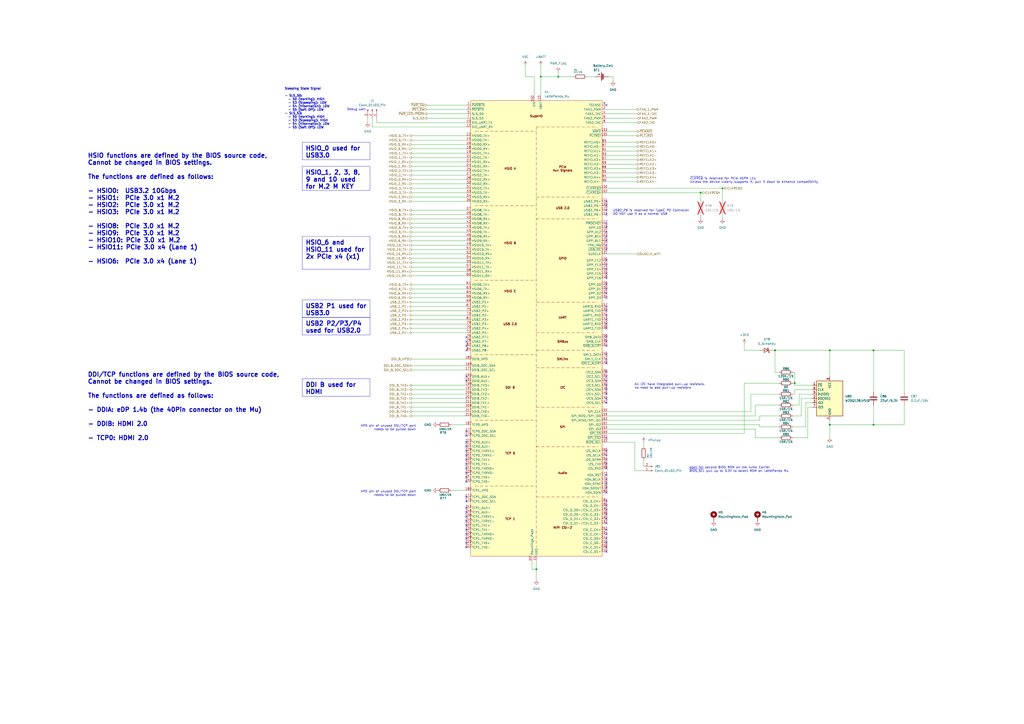
<source format=kicad_sch>
(kicad_sch (version 20231120) (generator "eeschema") (generator_version "8.0")
  (paper "A2")
  (title_block (title "nvme Carrier for LattePanda Mu") (date "2024-05-24") (rev "V1.0.6") (comment 1 "20240406"))
  (junction (at 406.4 111.76))
  (junction (at 323.85 44.45))
  (junction (at 419.1 109.22))
  (junction (at 461.01 222.25))
  (junction (at 481.33 203.2))
  (junction (at 506.73 246.38))
  (junction (at 311.15 330.2))
  (junction (at 313.69 44.45))
  (junction (at 449.58 203.2))
  (junction (at 481.33 246.38))
  (junction (at 506.73 203.2))
  (no_connect (at 270.51 307.34))
  (no_connect (at 351.79 278.13))
  (no_connect (at 351.79 293.37))
  (no_connect (at 351.79 190.5))
  (no_connect (at 351.79 275.59))
  (no_connect (at 351.79 129.54))
  (no_connect (at 351.79 132.08))
  (no_connect (at 351.79 208.28))
  (no_connect (at 270.51 220.98))
  (no_connect (at 351.79 161.29))
  (no_connect (at 351.79 285.75))
  (no_connect (at 351.79 180.34))
  (no_connect (at 351.79 220.98))
  (no_connect (at 270.51 252.73))
  (no_connect (at 270.51 309.88))
  (no_connect (at 270.51 274.32))
  (no_connect (at 270.51 195.58))
  (no_connect (at 351.79 134.62))
  (no_connect (at 351.79 198.12))
  (no_connect (at 351.79 218.44))
  (no_connect (at 351.79 167.64))
  (no_connect (at 270.51 250.19))
  (no_connect (at 351.79 223.52))
  (no_connect (at 351.79 264.16))
  (no_connect (at 351.79 215.9))
  (no_connect (at 351.79 298.45))
  (no_connect (at 270.51 304.8))
  (no_connect (at 351.79 172.72))
  (no_connect (at 351.79 153.67))
  (no_connect (at 351.79 170.18))
  (no_connect (at 351.79 151.13))
  (no_connect (at 270.51 314.96))
  (no_connect (at 351.79 182.88))
  (no_connect (at 351.79 205.74))
  (no_connect (at 351.79 165.1))
  (no_connect (at 351.79 312.42))
  (no_connect (at 270.51 269.24))
  (no_connect (at 351.79 119.38))
  (no_connect (at 270.51 297.18))
  (no_connect (at 351.79 228.6))
  (no_connect (at 270.51 200.66))
  (no_connect (at 351.79 269.24))
  (no_connect (at 270.51 198.12))
  (no_connect (at 270.51 203.2))
  (no_connect (at 270.51 261.62))
  (no_connect (at 351.79 271.78))
  (no_connect (at 270.51 294.64))
  (no_connect (at 351.79 290.83))
  (no_connect (at 270.51 312.42))
  (no_connect (at 351.79 226.06))
  (no_connect (at 351.79 300.99))
  (no_connect (at 270.51 259.08))
  (no_connect (at 270.51 288.29))
  (no_connect (at 351.79 266.7))
  (no_connect (at 351.79 283.21))
  (no_connect (at 351.79 124.46))
  (no_connect (at 270.51 299.72))
  (no_connect (at 351.79 254))
  (no_connect (at 351.79 200.66))
  (no_connect (at 351.79 280.67))
  (no_connect (at 351.79 177.8))
  (no_connect (at 351.79 233.68))
  (no_connect (at 351.79 295.91))
  (no_connect (at 351.79 144.78))
  (no_connect (at 270.51 302.26))
  (no_connect (at 351.79 139.7))
  (no_connect (at 351.79 309.88))
  (no_connect (at 351.79 187.96))
  (no_connect (at 270.51 279.4))
  (no_connect (at 351.79 156.21))
  (no_connect (at 351.79 320.04))
  (no_connect (at 351.79 261.62))
  (no_connect (at 351.79 303.53))
  (no_connect (at 270.51 276.86))
  (no_connect (at 270.51 218.44))
  (no_connect (at 351.79 121.92))
  (no_connect (at 351.79 142.24))
  (no_connect (at 351.79 60.96))
  (no_connect (at 351.79 195.58))
  (no_connect (at 351.79 307.34))
  (no_connect (at 351.79 185.42))
  (no_connect (at 270.51 256.54))
  (no_connect (at 351.79 314.96))
  (no_connect (at 351.79 210.82))
  (no_connect (at 351.79 116.84))
  (no_connect (at 270.51 317.5))
  (no_connect (at 351.79 137.16))
  (no_connect (at 270.51 266.7))
  (no_connect (at 270.51 264.16))
  (no_connect (at 270.51 271.78))
  (no_connect (at 270.51 290.83))
  (no_connect (at 351.79 231.14))
  (no_connect (at 351.79 317.5))
  (no_connect (at 351.79 158.75))
  (wire (pts (xy 448.31 203.2) (xy 449.58 203.2)))
  (wire (pts (xy 238.76 182.88) (xy 270.51 182.88)))
  (wire (pts (xy 238.76 114.3) (xy 270.51 114.3)))
  (wire (pts (xy 351.79 246.38) (xy 440.69 246.38)))
  (wire (pts (xy 213.36 68.58) (xy 213.36 71.12)))
  (wire (pts (xy 238.76 172.72) (xy 270.51 172.72)))
  (wire (pts (xy 238.76 214.63) (xy 270.51 214.63)))
  (wire (pts (xy 406.4 111.76) (xy 406.4 116.84)))
  (wire (pts (xy 353.06 44.45) (xy 355.6 44.45)))
  (wire (pts (xy 351.79 105.41) (xy 369.57 105.41)))
  (wire (pts (xy 304.8 44.45) (xy 309.88 44.45)))
  (wire (pts (xy 438.15 234.95) (xy 452.12 234.95)))
  (wire (pts (xy 351.79 100.33) (xy 369.57 100.33)))
  (wire (pts (xy 459.74 222.25) (xy 461.01 222.25)))
  (wire (pts (xy 459.74 254) (xy 468.63 254)))
  (wire (pts (xy 440.69 246.38) (xy 440.69 247.65)))
  (wire (pts (xy 373.38 266.7) (xy 373.38 270.51)))
  (wire (pts (xy 238.76 116.84) (xy 270.51 116.84)))
  (wire (pts (xy 351.79 97.79) (xy 369.57 97.79)))
  (wire (pts (xy 238.76 190.5) (xy 270.51 190.5)))
  (wire (pts (xy 463.55 228.6) (xy 471.17 228.6)))
  (wire (pts (xy 261.62 246.38) (xy 270.51 246.38)))
  (wire (pts (xy 351.79 82.55) (xy 369.57 82.55)))
  (wire (pts (xy 238.76 137.16) (xy 270.51 137.16)))
  (wire (pts (xy 481.33 243.84) (xy 481.33 246.38)))
  (wire (pts (xy 351.79 243.84) (xy 440.69 243.84)))
  (wire (pts (xy 247.65 63.5) (xy 270.51 63.5)))
  (wire (pts (xy 351.79 92.71) (xy 369.57 92.71)))
  (wire (pts (xy 238.76 228.6) (xy 270.51 228.6)))
  (wire (pts (xy 238.76 165.1) (xy 270.51 165.1)))
  (wire (pts (xy 308.61 325.12) (xy 308.61 330.2)))
  (wire (pts (xy 449.58 203.2) (xy 481.33 203.2)))
  (wire (pts (xy 435.61 238.76) (xy 435.61 228.6)))
  (wire (pts (xy 431.8 203.2) (xy 440.69 203.2)))
  (wire (pts (xy 440.69 241.3) (xy 452.12 241.3)))
  (wire (pts (xy 481.33 203.2) (xy 481.33 218.44)))
  (wire (pts (xy 467.36 247.65) (xy 467.36 233.68)))
  (wire (pts (xy 311.15 325.12) (xy 311.15 330.2)))
  (wire (pts (xy 419.1 109.22) (xy 419.1 116.84)))
  (wire (pts (xy 351.79 256.54) (xy 368.3 256.54)))
  (wire (pts (xy 238.76 127) (xy 270.51 127)))
  (wire (pts (xy 464.82 231.14) (xy 471.17 231.14)))
  (wire (pts (xy 459.74 215.9) (xy 461.01 215.9)))
  (wire (pts (xy 238.76 157.48) (xy 270.51 157.48)))
  (wire (pts (xy 313.69 38.1) (xy 313.69 44.45)))
  (wire (pts (xy 238.76 96.52) (xy 270.51 96.52)))
  (wire (pts (xy 351.79 102.87) (xy 369.57 102.87)))
  (wire (pts (xy 215.9 68.58) (xy 215.9 73.66)))
  (wire (pts (xy 459.74 234.95) (xy 463.55 234.95)))
  (wire (pts (xy 351.79 66.04) (xy 369.57 66.04)))
  (wire (pts (xy 238.76 86.36) (xy 270.51 86.36)))
  (wire (pts (xy 373.38 256.54) (xy 373.38 259.08)))
  (wire (pts (xy 481.33 246.38) (xy 506.73 246.38)))
  (wire (pts (xy 218.44 71.12) (xy 270.51 71.12)))
  (wire (pts (xy 373.38 273.05) (xy 368.3 273.05)))
  (wire (pts (xy 506.73 203.2) (xy 481.33 203.2)))
  (wire (pts (xy 238.76 139.7) (xy 270.51 139.7)))
  (wire (pts (xy 351.79 251.46) (xy 431.8 251.46)))
  (wire (pts (xy 238.76 223.52) (xy 270.51 223.52)))
  (wire (pts (xy 438.15 241.3) (xy 438.15 234.95)))
  (wire (pts (xy 309.88 44.45) (xy 309.88 55.88)))
  (wire (pts (xy 238.76 99.06) (xy 270.51 99.06)))
  (wire (pts (xy 506.73 227.33) (xy 506.73 203.2)))
  (wire (pts (xy 238.76 88.9) (xy 270.51 88.9)))
  (wire (pts (xy 238.76 167.64) (xy 270.51 167.64)))
  (wire (pts (xy 464.82 241.3) (xy 464.82 231.14)))
  (wire (pts (xy 238.76 142.24) (xy 270.51 142.24)))
  (wire (pts (xy 468.63 254) (xy 468.63 236.22)))
  (wire (pts (xy 459.74 247.65) (xy 467.36 247.65)))
  (wire (pts (xy 468.63 236.22) (xy 471.17 236.22)))
  (wire (pts (xy 238.76 233.68) (xy 270.51 233.68)))
  (wire (pts (xy 461.01 223.52) (xy 471.17 223.52)))
  (wire (pts (xy 351.79 248.92) (xy 438.15 248.92)))
  (wire (pts (xy 238.76 231.14) (xy 270.51 231.14)))
  (wire (pts (xy 238.76 81.28) (xy 270.51 81.28)))
  (wire (pts (xy 313.69 44.45) (xy 313.69 55.88)))
  (wire (pts (xy 238.76 147.32) (xy 270.51 147.32)))
  (wire (pts (xy 238.76 226.06) (xy 270.51 226.06)))
  (wire (pts (xy 461.01 222.25) (xy 461.01 223.52)))
  (wire (pts (xy 308.61 330.2) (xy 311.15 330.2)))
  (wire (pts (xy 323.85 44.45) (xy 332.74 44.45)))
  (wire (pts (xy 440.69 247.65) (xy 452.12 247.65)))
  (wire (pts (xy 238.76 152.4) (xy 270.51 152.4)))
  (wire (pts (xy 238.76 208.28) (xy 270.51 208.28)))
  (wire (pts (xy 238.76 93.98) (xy 270.51 93.98)))
  (wire (pts (xy 351.79 111.76) (xy 406.4 111.76)))
  (wire (pts (xy 340.36 44.45) (xy 345.44 44.45)))
  (wire (pts (xy 355.6 44.45) (xy 355.6 46.99)))
  (wire (pts (xy 238.76 144.78) (xy 270.51 144.78)))
  (wire (pts (xy 431.8 222.25) (xy 452.12 222.25)))
  (wire (pts (xy 435.61 228.6) (xy 452.12 228.6)))
  (wire (pts (xy 215.9 73.66) (xy 270.51 73.66)))
  (wire (pts (xy 506.73 234.95) (xy 506.73 246.38)))
  (wire (pts (xy 440.69 243.84) (xy 440.69 241.3)))
  (wire (pts (xy 467.36 233.68) (xy 471.17 233.68)))
  (wire (pts (xy 407.67 111.76) (xy 406.4 111.76)))
  (wire (pts (xy 431.8 251.46) (xy 431.8 222.25)))
  (wire (pts (xy 247.65 66.04) (xy 270.51 66.04)))
  (wire (pts (xy 461.01 228.6) (xy 461.01 226.06)))
  (wire (pts (xy 368.3 273.05) (xy 368.3 256.54)))
  (wire (pts (xy 351.79 109.22) (xy 419.1 109.22)))
  (wire (pts (xy 463.55 234.95) (xy 463.55 228.6)))
  (wire (pts (xy 238.76 241.3) (xy 270.51 241.3)))
  (wire (pts (xy 238.76 154.94) (xy 270.51 154.94)))
  (wire (pts (xy 238.76 101.6) (xy 270.51 101.6)))
  (wire (pts (xy 351.79 87.63) (xy 369.57 87.63)))
  (wire (pts (xy 351.79 68.58) (xy 369.57 68.58)))
  (wire (pts (xy 238.76 109.22) (xy 270.51 109.22)))
  (wire (pts (xy 238.76 78.74) (xy 270.51 78.74)))
  (wire (pts (xy 238.76 91.44) (xy 270.51 91.44)))
  (wire (pts (xy 311.15 330.2) (xy 311.15 336.55)))
  (wire (pts (xy 481.33 246.38) (xy 481.33 254)))
  (wire (pts (xy 261.62 284.48) (xy 270.51 284.48)))
  (wire (pts (xy 238.76 177.8) (xy 270.51 177.8)))
  (wire (pts (xy 247.65 60.96) (xy 270.51 60.96)))
  (wire (pts (xy 506.73 246.38) (xy 524.51 246.38)))
  (wire (pts (xy 247.65 68.58) (xy 270.51 68.58)))
  (wire (pts (xy 238.76 106.68) (xy 270.51 106.68)))
  (wire (pts (xy 438.15 254) (xy 452.12 254)))
  (wire (pts (xy 524.51 227.33) (xy 524.51 203.2)))
  (wire (pts (xy 238.76 129.54) (xy 270.51 129.54)))
  (wire (pts (xy 238.76 160.02) (xy 270.51 160.02)))
  (wire (pts (xy 238.76 149.86) (xy 270.51 149.86)))
  (wire (pts (xy 351.79 90.17) (xy 369.57 90.17)))
  (wire (pts (xy 449.58 203.2) (xy 449.58 215.9)))
  (wire (pts (xy 304.8 38.1) (xy 304.8 44.45)))
  (wire (pts (xy 238.76 212.09) (xy 270.51 212.09)))
  (wire (pts (xy 351.79 63.5) (xy 369.57 63.5)))
  (wire (pts (xy 461.01 226.06) (xy 471.17 226.06)))
  (wire (pts (xy 238.76 175.26) (xy 270.51 175.26)))
  (wire (pts (xy 459.74 228.6) (xy 461.01 228.6)))
  (wire (pts (xy 238.76 170.18) (xy 270.51 170.18)))
  (wire (pts (xy 238.76 238.76) (xy 270.51 238.76)))
  (wire (pts (xy 431.8 199.39) (xy 431.8 203.2)))
  (wire (pts (xy 461.01 215.9) (xy 461.01 222.25)))
  (wire (pts (xy 351.79 147.32) (xy 369.57 147.32)))
  (wire (pts (xy 406.4 124.46) (xy 406.4 127)))
  (wire (pts (xy 506.73 203.2) (xy 524.51 203.2)))
  (wire (pts (xy 238.76 121.92) (xy 270.51 121.92)))
  (wire (pts (xy 323.85 41.91) (xy 323.85 44.45)))
  (wire (pts (xy 238.76 187.96) (xy 270.51 187.96)))
  (wire (pts (xy 351.79 71.12) (xy 369.57 71.12)))
  (wire (pts (xy 238.76 111.76) (xy 270.51 111.76)))
  (wire (pts (xy 449.58 215.9) (xy 452.12 215.9)))
  (wire (pts (xy 351.79 238.76) (xy 435.61 238.76)))
  (wire (pts (xy 238.76 185.42) (xy 270.51 185.42)))
  (wire (pts (xy 351.79 241.3) (xy 438.15 241.3)))
  (wire (pts (xy 420.37 109.22) (xy 419.1 109.22)))
  (wire (pts (xy 351.79 95.25) (xy 369.57 95.25)))
  (wire (pts (xy 238.76 134.62) (xy 270.51 134.62)))
  (wire (pts (xy 238.76 124.46) (xy 270.51 124.46)))
  (wire (pts (xy 351.79 76.2) (xy 369.57 76.2)))
  (wire (pts (xy 351.79 78.74) (xy 369.57 78.74)))
  (wire (pts (xy 438.15 248.92) (xy 438.15 254)))
  (wire (pts (xy 313.69 44.45) (xy 323.85 44.45)))
  (wire (pts (xy 459.74 241.3) (xy 464.82 241.3)))
  (wire (pts (xy 524.51 234.95) (xy 524.51 246.38)))
  (wire (pts (xy 218.44 71.12) (xy 218.44 68.58)))
  (wire (pts (xy 419.1 124.46) (xy 419.1 127)))
  (wire (pts (xy 351.79 85.09) (xy 369.57 85.09)))
  (wire (pts (xy 238.76 104.14) (xy 270.51 104.14)))
  (wire (pts (xy 238.76 236.22) (xy 270.51 236.22)))
  (wire (pts (xy 238.76 132.08) (xy 270.51 132.08)))
  (wire (pts (xy 238.76 193.04) (xy 270.51 193.04)))
  (wire (pts (xy 238.76 83.82) (xy 270.51 83.82)))
  (wire (pts (xy 238.76 180.34) (xy 270.51 180.34)))
  (text_box "HSIO_0 used for USB3.0 \n" (at 175.26 82.55 0) (size 39.37 10.16) (effects (font (size 2.54 2.54) (thickness 0.508) (bold yes)) (justify left top)))
  (text_box "HSIO_1, 2, 3, 8, 9 and 10 used for M.2 M KEY\n" (at 175.26 96.52 0) (size 39.37 13.97) (effects (font (size 2.54 2.54) (thickness 0.508) (bold yes)) (justify left top)))
  (text_box "USB2 P2/P3/P4 used for USB2.0 \n" (at 175.26 184.15 0) (size 39.37 10.16) (effects (font (size 2.54 2.54) (thickness 0.508) (bold yes)) (justify left top)))
  (text_box "DDI B used for HDMI\n" (at 175.26 219.71 0) (size 39.37 10.16) (effects (font (size 2.54 2.54) (thickness 0.508) (bold yes)) (justify left top)))
  (text_box "HSIO_6 and HSIO_11 used for 2x PCIe x4 (x1)\n\n" (at 175.26 137.16 0) (size 39.37 19.05) (effects (font (size 2.54 2.54) (thickness 0.508) (bold yes)) (justify left top)))
  (text_box "USB2 P1 used for USB3.0\n" (at 175.26 173.99 0) (size 39.37 10.16) (effects (font (size 2.54 2.54) (thickness 0.508) (bold yes)) (justify left top)))
  (text "HSIO functions are defined by the BIOS source code, \nCannot be changed in BIOS settings.\n\nThe functions are defined as follows:\n\n- HSIO0:  USB3.2 10Gbps\n- HSIO1:  PCIe 3.0 x1 M.2\n- HSIO2:  PCIe 3.0 x1 M.2\n- HSIO3:  PCIe 3.0 x1 M.2\n\n- HSIO8:  PCIe 3.0 x1 M.2\n- HSIO9:  PCIe 3.0 x1 M.2\n- HSIO10: PCIe 3.0 x1 M.2\n- HSIO11: PCIe 3.0 x4 (Lane 1)\n\n- HSIO6:  PCIe 3.0 x4 (Lane 1)" (at 50.8 88.9 0) (effects (font (size 2.54 2.54) (thickness 0.508) (bold yes)) (justify left top)))
  (text "HPD pin of unused DDI/TCP port\nneeds to be pulled down" (at 241.3 246.38 0) (effects (font (size 1.27 1.27)) (justify right top)))
  (text "open for second BIOS ROM on the nvme Carrier\n~{BIOS_SEL} pull up to 3.3V to select ROM on LattePanda Mu" (at 399.796 274.066 0) (effects (font (size 1.27 1.27)) (justify left bottom)))
  (text "DDI/TCP functions are defined by the BIOS source code, \nCannot be changed in BIOS settings.\n\nThe functions are defined as follows:\n\n- DDIA: eDP 1.4b (the 40Pin connector on the Mu)\n\n- DDIB: HDMI 2.0\n\n- TCP0: HDMI 2.0" (at 50.8 215.9 0) (effects (font (size 2.54 2.54) (thickness 0.508) (bold yes)) (justify left top)))
  (text "Sleeping State Signal\n\n- SLS_S0: \n  - S0 (Working): HIGH\n  - S3 (Slpeeping): LOW\n  - S4 (Hibernation): LOW\n  - S5 (Soft Off): LOW\n- SLS_S3:\n  - S0 (Working): HIGH\n  - S3 (Slpeeping): HIGH\n  - S4 (Hibernation): LOW\n  - S5 (Soft Off): LOW" (at 165.1 50.8 0) (effects (font (size 1.27 1.27) (thickness 0.254) (bold yes)) (justify left top)))
  (text "USB2_P6 is reserved for TypeC PD Controller\nDO NOT use it as a normal USB" (at 355.6 123.19 0) (effects (font (size 1.27 1.27)) (justify left)))
  (text "All I2C have integrated pull-up resistors.\nno need to add pull-up resistors" (at 368.046 224.028 0) (effects (font (size 1.27 1.27)) (justify left)))
  (text "Debug uart" (at 212.09 63.5 0) (effects (font (size 1.27 1.27)) (justify right)))
  (text "~{CLKREQ} is reserved for PCIe ASPM L1s\nUnless the device clearly supports it, pull it down to enhance compatibility" (at 400.304 104.648 0) (effects (font (size 1.27 1.27)) (justify left)))
  (text "HPD pin of unused DDI/TCP port\nneeds to be pulled down" (at 241.3 284.48 0) (effects (font (size 1.27 1.27)) (justify right top)))
  (hierarchical_label "REFCLK1-" (shape output) (at 369.57 90.17 0))
  (hierarchical_label "DDI_B_DDC_SCL" (shape output) (at 238.76 214.63 180))
  (hierarchical_label "FAN_1_TAC" (shape input) (at 369.57 66.04 0))
  (hierarchical_label "HSIO_9_TX-" (shape output) (at 238.76 134.62 180))
  (hierarchical_label "FAN2_TAC" (shape input) (at 369.57 71.12 0))
  (hierarchical_label "HSIO_11_RX+" (shape input) (at 238.76 157.48 180))
  (hierarchical_label "USB_2_P1-" (shape bidirectional) (at 238.76 177.8 180))
  (hierarchical_label "~{PEWAKE}" (shape output) (at 369.57 76.2 0))
  (hierarchical_label "HSIO_8_TX-" (shape output) (at 238.76 124.46 180))
  (hierarchical_label "DDI_B_HPD" (shape input) (at 238.76 208.28 180))
  (hierarchical_label "REFCLK3-" (shape output) (at 369.57 100.33 0))
  (hierarchical_label "DDI_B_TX2-" (shape output) (at 238.76 231.14 180))
  (hierarchical_label "CLKREQ4" (shape output) (at 407.67 111.76 0))
  (hierarchical_label "REFCLK1+" (shape output) (at 369.57 87.63 0))
  (hierarchical_label "HSIO_11_TX-" (shape output) (at 238.76 154.94 180))
  (hierarchical_label "DDI_B_TX0+" (shape output) (at 238.76 238.76 180))
  (hierarchical_label "USB_2_P3+" (shape bidirectional) (at 238.76 185.42 180))
  (hierarchical_label "USB_2_P2+" (shape bidirectional) (at 238.76 180.34 180))
  (hierarchical_label "DDI_B_TX3-" (shape output) (at 238.76 226.06 180))
  (hierarchical_label "DDI_B_TX0-" (shape output) (at 238.76 241.3 180))
  (hierarchical_label "HSIO_0_RX+" (shape input) (at 238.76 83.82 180))
  (hierarchical_label "~{PWR_LED}{slash}~{PSON}" (shape output) (at 247.65 66.04 180))
  (hierarchical_label "SLS_S3" (shape output) (at 247.65 68.58 180))
  (hierarchical_label "HSIO_8_TX+" (shape output) (at 238.76 121.92 180))
  (hierarchical_label "HSIO_11_TX+" (shape output) (at 238.76 152.4 180))
  (hierarchical_label "HSIO_9_RX+" (shape input) (at 238.76 137.16 180))
  (hierarchical_label "REFCLK0+" (shape output) (at 369.57 82.55 0))
  (hierarchical_label "HSIO_6_RX-" (shape input) (at 238.76 172.72 180))
  (hierarchical_label "~{PWR_SW}" (shape input) (at 247.65 60.96 180))
  (hierarchical_label "USB_2_P4-" (shape bidirectional) (at 238.76 193.04 180))
  (hierarchical_label "HSIO_0_TX+" (shape output) (at 238.76 78.74 180))
  (hierarchical_label "HSIO_3_TX+" (shape output) (at 238.76 109.22 180))
  (hierarchical_label "SUSCLK_WIFI" (shape input) (at 369.57 147.32 0))
  (hierarchical_label "USB_2_P2-" (shape bidirectional) (at 238.76 182.88 180))
  (hierarchical_label "HSIO_3_TX-" (shape output) (at 238.76 111.76 180))
  (hierarchical_label "HSIO_1_RX-" (shape input) (at 238.76 96.52 180))
  (hierarchical_label "HSIO_6_RX+" (shape input) (at 238.76 170.18 180))
  (hierarchical_label "REFCLK2+" (shape output) (at 369.57 92.71 0))
  (hierarchical_label "DDI_B_TX2+" (shape output) (at 238.76 228.6 180))
  (hierarchical_label "USB_2_P3-" (shape bidirectional) (at 238.76 187.96 180))
  (hierarchical_label "HSIO_2_TX+" (shape output) (at 238.76 99.06 180))
  (hierarchical_label "FAN_1_PWM" (shape output) (at 369.57 63.5 0))
  (hierarchical_label "USB_2_P4+" (shape bidirectional) (at 238.76 190.5 180))
  (hierarchical_label "HSIO_1_RX+" (shape input) (at 238.76 93.98 180))
  (hierarchical_label "HSIO_2_RX+" (shape input) (at 238.76 104.14 180))
  (hierarchical_label "DDI_B_TX1-" (shape output) (at 238.76 236.22 180))
  (hierarchical_label "REFCLK4+" (shape output) (at 369.57 102.87 0))
  (hierarchical_label "HSIO_9_RX-" (shape input) (at 238.76 139.7 180))
  (hierarchical_label "HSIO_10_RX+" (shape input) (at 238.76 147.32 180))
  (hierarchical_label "HSIO_10_TX-" (shape output) (at 238.76 144.78 180))
  (hierarchical_label "~{PLT_RST}" (shape output) (at 369.57 78.74 0))
  (hierarchical_label "HSIO_0_RX-" (shape input) (at 238.76 86.36 180))
  (hierarchical_label "FAN2_PWM" (shape input) (at 369.57 68.58 0))
  (hierarchical_label "USB_2_P1+" (shape bidirectional) (at 238.76 175.26 180))
  (hierarchical_label "REFCLK3+" (shape output) (at 369.57 97.79 0))
  (hierarchical_label "HSIO_1_TX-" (shape output) (at 238.76 91.44 180))
  (hierarchical_label "DDI_B_DDC_SDA" (shape bidirectional) (at 238.76 212.09 180))
  (hierarchical_label "DDI_B_TX1+" (shape output) (at 238.76 233.68 180))
  (hierarchical_label "HSIO_2_RX-" (shape input) (at 238.76 106.68 180))
  (hierarchical_label "HSIO_3_RX+" (shape input) (at 238.76 114.3 180))
  (hierarchical_label "HSIO_1_TX+" (shape output) (at 238.76 88.9 180))
  (hierarchical_label "HSIO_10_TX+" (shape output) (at 238.76 142.24 180))
  (hierarchical_label "HSIO_2_TX-" (shape output) (at 238.76 101.6 180))
  (hierarchical_label "HSIO_6_TX-" (shape output) (at 238.76 167.64 180))
  (hierarchical_label "HSIO_6_TX+" (shape output) (at 238.76 165.1 180))
  (hierarchical_label "~{RST_SW}" (shape input) (at 247.65 63.5 180))
  (hierarchical_label "CLKREQ3" (shape output) (at 420.37 109.22 0))
  (hierarchical_label "DDI_B_TX3+" (shape output) (at 238.76 223.52 180))
  (hierarchical_label "HSIO_0_TX-" (shape output) (at 238.76 81.28 180))
  (hierarchical_label "REFCLK0-" (shape output) (at 369.57 85.09 0))
  (hierarchical_label "REFCLK4-" (shape output) (at 369.57 105.41 0))
  (hierarchical_label "HSIO_9_TX+" (shape output) (at 238.76 132.08 180))
  (hierarchical_label "HSIO_3_RX-" (shape input) (at 238.76 116.84 180))
  (hierarchical_label "HSIO_8_RX-" (shape input) (at 238.76 129.54 180))
  (hierarchical_label "HSIO_11_RX-" (shape input) (at 238.76 160.02 180))
  (hierarchical_label "HSIO_10_RX-" (shape input) (at 238.76 149.86 180))
  (hierarchical_label "HSIO_8_RX+" (shape input) (at 238.76 127 180))
  (hierarchical_label "REFCLK2-" (shape output) (at 369.57 95.25 0))
  (symbol (lib_id "MCU_Module_LattePanda:LattePanda_Mu") (at 311.15 190.5 0) (unit 1)
    (property "Reference" "A1" (at 315.8841 53.34 0) (effects (justify left)))
    (property "Value" "LattePanda_Mu" (at 315.8841 55.88 0) (effects (justify left)))
    (property "Footprint" "Module_LattePanda:LattePanda_Module_H8.0mm_Horizontal" (effects (hide yes)))
    (property "Description" "A micro computing module with x86 processer, RAM and eMMC." (effects (hide yes)))
  )
  (symbol (lib_id "Device:R") (at 455.93 234.95 90) (unit 1)
    (property "Reference" "R82" (at 455.93 232.918 90))
    (property "Value" "15R/1%" (at 455.93 237.236 90))
    (property "Footprint" "A_HDJ_Library:R_0402_1005Metric" (effects (hide yes)))
    (property "Description" "Resistor" (effects (hide yes)))
  )
  (symbol (lib_id "Device:R") (at 455.93 247.65 90) (unit 1)
    (property "Reference" "R84" (at 455.93 245.618 90))
    (property "Value" "15R/1%" (at 455.93 249.936 90))
    (property "Footprint" "A_HDJ_Library:R_0402_1005Metric" (effects (hide yes)))
    (property "Description" "Resistor" (effects (hide yes)))
  )
  (symbol (lib_id "Device:R") (at 455.93 215.9 90) (unit 1)
    (property "Reference" "R86" (at 455.93 213.868 90))
    (property "Value" "120K/1%" (at 455.93 218.186 90))
    (property "Footprint" "A_HDJ_Library:R_0402_1005Metric" (effects (hide yes)))
    (property "Description" "Resistor" (effects (hide yes)))
  )
  (symbol (lib_id "power:GND") (at 419.1 127 0) (unit 1)
    (property "Reference" "#PWR0104" (effects (hide yes)))
    (property "Value" "GND" (at 419.1 132.08 0))
  )
  (symbol (lib_id "power:GND") (at 254 284.48 270) (unit 1)
    (property "Reference" "#PWR0120" (effects (hide yes)))
    (property "Value" "GND" (at 250.19 284.4799 90) (effects (justify right)))
  )
  (symbol (lib_id "Memory_Flash:W25Q128JVS") (at 481.33 231.14 0) (unit 1)
    (property "Reference" "U80" (at 490.22 229.8699 0) (effects (justify left)))
    (property "Value" "W25Q128JVSIQ" (at 490.22 232.4099 0) (effects (justify left)))
    (property "Footprint" "Package_SO:SOIC-8_5.23x5.23mm_P1.27mm" (effects (hide yes)))
    (property "Datasheet" "https://wmsc.lcsc.com/wmsc/upload/file/pdf/v2/lcsc/1811142111_Winbond-Elec-W25Q128JVSIQ_C97521.pdf" (effects (hide yes)))
    (property "Description" "128Mb Serial Flash Memory, Standard/Dual/Quad SPI, SOIC-8" (effects (hide yes)))
  )
  (symbol (lib_id "power:PWR_FLAG") (at 323.85 41.91 0) (unit 1)
    (property "Reference" "#FLG0201" (effects (hide yes)))
    (property "Value" "PWR_FLAG" (at 323.85 36.83 0))
    (property "Description" "Special symbol for telling ERC where power comes from" (effects (hide yes)))
  )
  (symbol (lib_id "Device:R") (at 455.93 222.25 90) (unit 1)
    (property "Reference" "R80" (at 455.93 220.218 90))
    (property "Value" "0R" (at 455.93 224.536 90))
    (property "Footprint" "A_HDJ_Library:R_0402_1005Metric" (effects (hide yes)))
    (property "Description" "Resistor" (effects (hide yes)))
  )
  (symbol (lib_id "Device:R") (at 336.55 44.45 90) (unit 1)
    (property "Reference" "R1" (at 334.01 40.64 90) (effects (font (size 1 1))))
    (property "Value" "1K/1%" (at 335.28 41.91 90) (effects (font (size 1 1))))
    (property "Footprint" "A_HDJ_Library:R_0402_1005Metric" (effects (hide yes)))
  )
  (symbol (lib_id "power:GND") (at 311.15 336.55 0) (unit 1)
    (property "Reference" "#PWR07" (effects (hide yes)))
    (property "Value" "GND" (at 311.15 341.63 0))
  )
  (symbol (lib_id "Device:C") (at 506.73 231.14 0) (unit 1)
    (property "Reference" "C86" (at 510.54 229.8699 0) (effects (justify left)))
    (property "Value" "22uF/6.3V" (at 510.54 232.4099 0) (effects (justify left)))
    (property "Footprint" "A_HDJ_Library:C_0402_1005Metric" (effects (hide yes)))
    (property "Description" "Unpolarized capacitor" (effects (hide yes)))
  )
  (symbol (lib_id "power:GND") (at 213.36 71.12 0) (unit 1)
    (property "Reference" "#PWR05" (effects (hide yes)))
    (property "Value" "GND" (at 213.36 76.2 0))
  )
  (symbol (lib_id "power:GND") (at 439.42 302.26 0) (unit 1)
    (property "Reference" "#PWR012" (effects (hide yes)))
    (property "Value" "GND" (at 439.42 307.34 0))
  )
  (symbol (lib_id "power:+3V3") (at 431.8 199.39 0) (unit 1)
    (property "Reference" "#PWR0197" (effects (hide yes)))
    (property "Value" "+3V3" (at 431.8 194.31 0))
  )
  (symbol (lib_id "power:GND") (at 414.02 302.26 0) (unit 1)
    (property "Reference" "#PWR011" (effects (hide yes)))
    (property "Value" "GND" (at 414.02 307.34 0))
  )
  (symbol (lib_id "Device:C") (at 524.51 231.14 0) (unit 1)
    (property "Reference" "C87" (at 528.32 229.8699 0) (effects (justify left)))
    (property "Value" "0.1uF/16V" (at 528.32 232.4099 0) (effects (justify left)))
    (property "Footprint" "A_HDJ_Library:C_0402_1005Metric" (effects (hide yes)))
    (property "Description" "Unpolarized capacitor" (effects (hide yes)))
  )
  (symbol (lib_id "power:GND") (at 254 246.38 270) (unit 1)
    (property "Reference" "#PWR0119" (effects (hide yes)))
    (property "Value" "GND" (at 250.19 246.3799 90) (effects (justify right)))
  )
  (symbol (lib_id "Device:R") (at 257.81 246.38 270) (unit 1)
    (property "Reference" "R76" (at 257.048 250.952 90))
    (property "Value" "100K/1%" (at 258.318 248.92 90) (effects (font (size 1 1))))
    (property "Footprint" "A_HDJ_Library:R_0402_1005Metric" (effects (hide yes)))
  )
  (symbol (lib_id "Device:R") (at 419.1 120.65 0) (unit 1) (dnp yes)
    (property "Reference" "R79" (at 421.64 119.3799 0) (effects (justify left)))
    (property "Value" "10K/1%" (at 421.64 121.9199 0) (effects (justify left)))
    (property "Footprint" "Resistor_SMD:R_0402_1005Metric" (effects (hide yes)))
    (property "Description" "Resistor" (effects (hide yes)))
  )
  (symbol (lib_id "Connector:Conn_01x02_Pin") (at 378.46 273.05 180) (unit 1)
    (property "Reference" "J81" (at 379.73 270.5099 0) (effects (justify right)))
    (property "Value" "Conn_01x02_Pin" (at 379.73 273.0499 0) (effects (justify right)))
    (property "Footprint" "Connector_PinHeader_2.54mm:PinHeader_1x02_P2.54mm_Vertical" (effects (hide yes)))
    (property "Description" "Generic connector, single row, 01x02, script generated" (effects (hide yes)))
  )
  (symbol (lib_id "power:+BATT") (at 313.69 38.1 0) (unit 1)
    (property "Reference" "#PWR08" (effects (hide yes)))
    (property "Value" "+BATT" (at 313.69 33.02 0))
  )
  (symbol (lib_name "+3V3_1") (lib_id "power:+3V3") (at 373.38 256.54 0) (unit 1)
    (property "Reference" "#PWR010" (effects (hide yes)))
    (property "Value" "VPullup" (at 375.92 255.2699 0) (effects (justify left)))
    (property "Description" "Power symbol creates a global label with name \"VPullup\"" (effects (hide yes)))
  )
  (symbol (lib_id "Device:R") (at 406.4 120.65 0) (unit 1) (dnp yes)
    (property "Reference" "R78" (at 408.94 119.3799 0) (effects (justify left)))
    (property "Value" "10K/1%" (at 408.94 121.9199 0) (effects (justify left)))
    (property "Footprint" "Resistor_SMD:R_0402_1005Metric" (effects (hide yes)))
    (property "Description" "Resistor" (effects (hide yes)))
  )
  (symbol (lib_id "Device:R") (at 455.93 241.3 90) (unit 1)
    (property "Reference" "R83" (at 455.93 239.268 90))
    (property "Value" "15R/1%" (at 455.93 243.586 90))
    (property "Footprint" "A_HDJ_Library:R_0402_1005Metric" (effects (hide yes)))
    (property "Description" "Resistor" (effects (hide yes)))
  )
  (symbol (lib_id "Device:R") (at 257.81 284.48 270) (unit 1)
    (property "Reference" "R77" (at 257.048 289.052 90))
    (property "Value" "100K/1%" (at 258.318 287.02 90) (effects (font (size 1 1))))
    (property "Footprint" "A_HDJ_Library:R_0402_1005Metric" (effects (hide yes)))
  )
  (symbol (lib_id "Connector:Conn_01x03_Pin") (at 215.9 63.5 270) (unit 1)
    (property "Reference" "J1" (at 215.9 58.42 90))
    (property "Value" "Conn_01x03_Pin" (at 215.9 60.96 90))
    (property "Footprint" "A_HDJ_Library:PinHeader_1x03_P2.54mm_Vertical" (effects (hide yes)))
  )
  (symbol (lib_id "Device:R") (at 455.93 254 90) (unit 1)
    (property "Reference" "R85" (at 455.93 251.968 90))
    (property "Value" "15R/1%" (at 455.93 256.286 90))
    (property "Footprint" "A_HDJ_Library:R_0402_1005Metric" (effects (hide yes)))
    (property "Description" "Resistor" (effects (hide yes)))
  )
  (symbol (lib_id "Device:Battery_Cell") (at 350.52 44.45 90) (unit 1)
    (property "Reference" "BT1" (at 347.98 40.64 90) (effects (justify left)))
    (property "Value" "Battery_Cell" (at 355.6 38.1 90) (effects (justify left)))
    (property "Footprint" "A_HDJ_Library:Battery_Holder_CR1220_S8411-45R" (effects (hide yes)))
  )
  (symbol (lib_id "Mechanical:MountingHole_Pad") (at 414.02 299.72 0) (unit 1)
    (property "Reference" "H5" (at 416.56 297.18 0) (effects (justify left)))
    (property "Value" "MountingHole_Pad" (at 416.56 299.72 0) (effects (justify left)))
    (property "Footprint" "A_HDJ_Library:MountingHole_3mm_M2_Pad_TopOnly" (effects (hide yes)))
  )
  (symbol (lib_id "Device:R") (at 455.93 228.6 90) (unit 1)
    (property "Reference" "R81" (at 455.93 226.568 90))
    (property "Value" "15R/1%" (at 455.93 230.886 90))
    (property "Footprint" "A_HDJ_Library:R_0402_1005Metric" (effects (hide yes)))
    (property "Description" "Resistor" (effects (hide yes)))
  )
  (symbol (lib_id "power:GND") (at 481.33 254 0) (unit 1)
    (property "Reference" "#PWR0196" (effects (hide yes)))
    (property "Value" "GND" (at 481.33 259.08 0))
    (property "Description" "Power symbol creates a global label with name \"GND\" , ground" (effects (hide yes)))
  )
  (symbol (lib_id "power:VDC") (at 304.8 38.1 0) (unit 1)
    (property "Reference" "#PWR06" (effects (hide yes)))
    (property "Value" "VDC" (at 304.8 33.02 0))
  )
  (symbol (lib_id "Device:D_Schottky") (at 444.5 203.2 180) (unit 1)
    (property "Reference" "D78" (at 444.8175 196.85 0))
    (property "Value" "D_Schottky" (at 444.8175 199.39 0))
    (property "Footprint" "Diode_SMD:D_SOD-923" (effects (hide yes)))
    (property "Description" "Schottky diode" (effects (hide yes)))
  )
  (symbol (lib_id "power:GND") (at 406.4 127 0) (unit 1)
    (property "Reference" "#PWR0103" (effects (hide yes)))
    (property "Value" "GND" (at 406.4 132.08 0))
  )
  (symbol (lib_id "power:GND") (at 355.6 46.99 0) (unit 1)
    (property "Reference" "#PWR09" (effects (hide yes)))
    (property "Value" "GND" (at 355.6 52.07 0))
  )
  (symbol (lib_id "Device:R") (at 373.38 262.89 180) (unit 1)
    (property "Reference" "R2" (at 375.92 263.398 90) (effects (font (size 1 1)) (justify left)))
    (property "Value" "10K/1%" (at 377.698 259.588 90) (effects (font (size 1 1)) (justify left)))
    (property "Footprint" "A_HDJ_Library:R_0402_1005Metric" (effects (hide yes)))
  )
  (symbol (lib_id "Mechanical:MountingHole_Pad") (at 439.42 299.72 0) (unit 1)
    (property "Reference" "H6" (at 441.96 297.18 0) (effects (justify left)))
    (property "Value" "MountingHole_Pad" (at 441.96 299.72 0) (effects (justify left)))
    (property "Footprint" "A_HDJ_Library:MountingHole_3mm_M2_Pad_TopOnly" (effects (hide yes)))
  )
)
</source>
